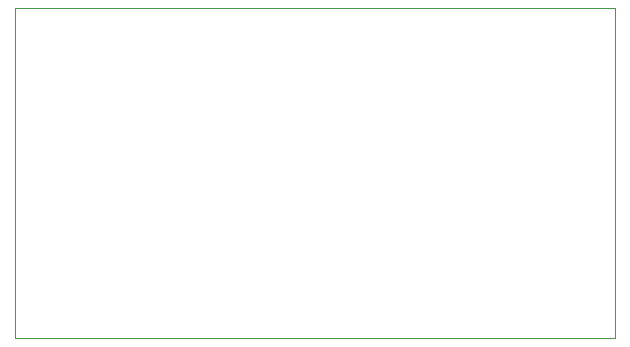
<source format=gbr>
G04 #@! TF.GenerationSoftware,KiCad,Pcbnew,(5.1.0-0)*
G04 #@! TF.CreationDate,2019-11-12T18:04:14-08:00*
G04 #@! TF.ProjectId,ArduinoSerialCard,41726475-696e-46f5-9365-7269616c4361,rev?*
G04 #@! TF.SameCoordinates,Original*
G04 #@! TF.FileFunction,Profile,NP*
%FSLAX46Y46*%
G04 Gerber Fmt 4.6, Leading zero omitted, Abs format (unit mm)*
G04 Created by KiCad (PCBNEW (5.1.0-0)) date 2019-11-12 18:04:14*
%MOMM*%
%LPD*%
G04 APERTURE LIST*
%ADD10C,0.050000*%
G04 APERTURE END LIST*
D10*
X135890000Y-85090000D02*
X186690000Y-85090000D01*
X135890000Y-57150000D02*
X135890000Y-85090000D01*
X186690000Y-57150000D02*
X135890000Y-57150000D01*
X186690000Y-85090000D02*
X186690000Y-57150000D01*
M02*

</source>
